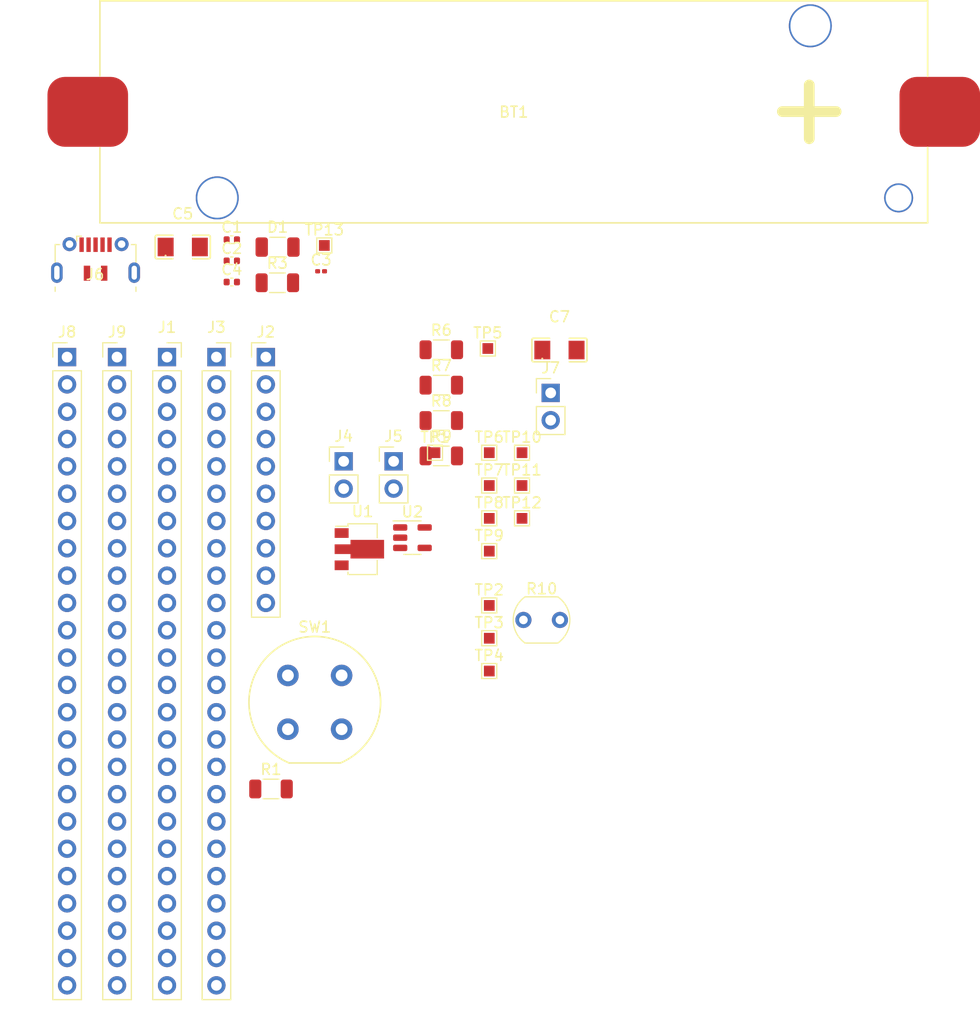
<source format=kicad_pcb>
(kicad_pcb (version 20221018) (generator pcbnew)
  (layers (0 "F.Cu" signal) (31 "B.Cu" signal) (34 "B.Paste" user) (35 "F.Paste" user) (36 "B.SilkS" user "B.Silkscreen") (37 "F.SilkS" user "F.Silkscreen") (38 "B.Mask" user) (39 "F.Mask" user) (44 "Edge.Cuts" user))
  (net 0 "")
  (net 1 "/Power Unit/V1")
  (net 2 "Net-(J4-Pin_2)")
  (net 3 "/Power Unit/5V")
  (net 4 "/LDR")
  (net 5 "GND")
  (net 6 "/OS")
  (net 7 "/SCL")
  (net 8 "/SDA")
  (net 9 "/RXD")
  (net 10 "/TXD")
  (net 11 "/MCU/USB D-")
  (net 12 "/MCU/USB D+")
  (net 13 "/3.3V")
  (net 14 "Net-(D1-K)")
  (net 15 "Net-(U2-PROG)")
  (net 16 "Net-(D1-A)")
  (net 17 "/PC13")
  (net 18 "/PC14")
  (net 19 "/PC15")
  (net 20 "/PF0")
  (net 21 "/PF1")
  (net 22 "/NRST")
  (net 23 "Net-(J1-Pin_8)")
  (net 24 "/PA0")
  (net 25 "/PA1")
  (net 26 "/PA2")
  (net 27 "/PA3")
  (net 28 "/PA4")
  (net 29 "/PA5")
  (net 30 "/PA6")
  (net 31 "/PA7")
  (net 32 "/PB0")
  (net 33 "/PB1")
  (net 34 "/write1")
  (net 35 "/SCL2")
  (net 36 "/SDA2")
  (net 37 "/SCL1")
  (net 38 "/SDA1")
  (net 39 "/ADC1")
  (net 40 "+5V")
  (net 41 "/PB9")
  (net 42 "/PB8")
  (net 43 "/BOOT")
  (net 44 "/PB7")
  (net 45 "/PB6")
  (net 46 "/PB5")
  (net 47 "/PB4")
  (net 48 "/PB3")
  (net 49 "/PA15")
  (net 50 "/PA14")
  (net 51 "/PF7")
  (net 52 "/PF6")
  (net 53 "/PA13")
  (net 54 "/PA12")
  (net 55 "/PA11")
  (net 56 "/PA8")
  (net 57 "/PB15")
  (net 58 "/PB14")
  (net 59 "/PB13")
  (net 60 "/WRITE")
  (net 61 "USB D-")
  (net 62 "USB D+")
  (footprint "Connector_PinHeader_2.54mm:PinHeader_1x24_P2.54mm_Vertical" (layer "F.Cu") (at 47.677485 54.297485)
    (fp_text reference "J9" (at 0 -2.33) (layer "F.SilkS"))
    (fp_text value "Conn_01x24_Pin")
    (fp_line (start -1.33 -1.33) (end 0 -1.33) (stroke (width 0.12)) (layer "F.SilkS"))
    (fp_line (start -1.33 0) (end -1.33 -1.33) (stroke (width 0.12)) (layer "F.SilkS"))
    (fp_line (start -1.33 1.27) (end -1.33 59.75) (stroke (width 0.12)) (layer "F.SilkS"))
    (fp_line (start -1.33 1.27) (end 1.33 1.27) (stroke (width 0.12)) (layer "F.SilkS"))
    (fp_line (start -1.33 59.75) (end 1.33 59.75) (stroke (width 0.12)) (layer "F.SilkS"))
    (fp_line (start 1.33 1.27) (end 1.33 59.75) (stroke (width 0.12)) (layer "F.SilkS"))
    (pad "1" thru_hole rect (at 0 0) (size 1.7 1.7) (drill 1) (layers "*.Cu" "*.Mask") (net 22 "/NRST"))
    (pad "2" thru_hole oval (at 0 2.54) (size 1.7 1.7) (drill 1) (layers "*.Cu" "*.Mask") (net 21 "/PF1"))
    (pad "3" thru_hole oval (at 0 5.08) (size 1.7 1.7) (drill 1) (layers "*.Cu" "*.Mask") (net 20 "/PF0"))
    (pad "4" thru_hole oval (at 0 7.62) (size 1.7 1.7) (drill 1) (layers "*.Cu" "*.Mask") (net 19 "/PC15"))
    (pad "5" thru_hole oval (at 0 10.16) (size 1.7 1.7) (drill 1) (layers "*.Cu" "*.Mask") (net 18 "/PC14"))
    (pad "6" thru_hole oval (at 0 12.7) (size 1.7 1.7) (drill 1) (layers "*.Cu" "*.Mask") (net 17 "/PC13"))
    (pad "7" thru_hole oval (at 0 15.24) (size 1.7 1.7) (drill 1) (layers "*.Cu" "*.Mask") (net 22 "/NRST"))
    (pad "8" thru_hole oval (at 0 17.78) (size 1.7 1.7) (drill 1) (layers "*.Cu" "*.Mask") (net 23 "Net-(J1-Pin_8)"))
    (pad "9" thru_hole oval (at 0 20.32) (size 1.7 1.7) (drill 1) (layers "*.Cu" "*.Mask") (net 13 "/3.3V"))
    (pad "10" thru_hole oval (at 0 22.86) (size 1.7 1.7) (drill 1) (layers "*.Cu" "*.Mask") (net 24 "/PA0"))
    (pad "11" thru_hole oval (at 0 25.4) (size 1.7 1.7) (drill 1) (layers "*.Cu" "*.Mask") (net 25 "/PA1"))
    (pad "12" thru_hole oval (at 0 27.94) (size 1.7 1.7) (drill 1) (layers "*.Cu" "*.Mask") (net 26 "/PA2"))
    (pad "13" thru_hole oval (at 0 30.48) (size 1.7 1.7) (drill 1) (layers "*.Cu" "*.Mask") (net 27 "/PA3"))
    (pad "14" thru_hole oval (at 0 33.02) (size 1.7 1.7) (drill 1) (layers "*.Cu" "*.Mask") (net 28 "/PA4"))
    (pad "15" thru_hole oval (at 0 35.56) (size 1.7 1.7) (drill 1) (layers "*.Cu" "*.Mask") (net 29 "/PA5"))
    (pad "16" thru_hole oval (at 0 38.1) (size 1.7 1.7) (drill 1) (layers "*.Cu" "*.Mask") (net 30 "/PA6"))
    (pad "17" thru_hole oval (at 0 40.64) (size 1.7 1.7) (drill 1) (layers "*.Cu" "*.Mask") (net 31 "/PA7"))
    (pad "18" thru_hole oval (at 0 43.18) (size 1.7 1.7) (drill 1) (layers "*.Cu" "*.Mask") (net 32 "/PB0"))
    (pad "19" thru_hole oval (at 0 45.72) (size 1.7 1.7) (drill 1) (layers "*.Cu" "*.Mask") (net 33 "/PB1"))
    (pad "20" thru_hole oval (at 0 48.26) (size 1.7 1.7) (drill 1) (layers "*.Cu" "*.Mask") (net 6 "/OS"))
    (pad "21" thru_hole oval (at 0 50.8) (size 1.7 1.7) (drill 1) (layers "*.Cu" "*.Mask") (net 7 "/SCL"))
    (pad "22" thru_hole oval (at 0 53.34) (size 1.7 1.7) (drill 1) (layers "*.Cu" "*.Mask") (net 8 "/SDA"))
    (pad "23" thru_hole oval (at 0 55.88) (size 1.7 1.7) (drill 1) (layers "*.Cu" "*.Mask") (net 5 "GND"))
    (pad "24" thru_hole oval (at 0 58.42) (size 1.7 1.7) (drill 1) (layers "*.Cu" "*.Mask") (net 13 "/3.3V"))
  )
  (footprint "Package_TO_SOT_SMD:SOT-23-5" (layer "F.Cu") (at 75.17 71.09)
    (fp_text reference "U2" (at 0 -2.4) (layer "F.SilkS"))
    (fp_text value "MCP73831-2-OT")
    (fp_line (start 0 -1.56) (end -1.8 -1.56) (stroke (width 0.12)) (layer "F.SilkS"))
    (fp_line (start 0 -1.56) (end 0.8 -1.56) (stroke (width 0.12)) (layer "F.SilkS"))
    (fp_line (start 0 1.56) (end -0.8 1.56) (stroke (width 0.12)) (layer "F.SilkS"))
    (fp_line (start 0 1.56) (end 0.8 1.56) (stroke (width 0.12)) (layer "F.SilkS"))
    (pad "1" smd roundrect (at -1.1375 -0.95) (size 1.325 0.6) (layers "F.Cu" "F.Paste" "F.Mask") (net 14 "Net-(D1-K)"))
    (pad "2" smd roundrect (at -1.1375 0) (size 1.325 0.6) (layers "F.Cu" "F.Paste" "F.Mask") (net 5 "GND"))
    (pad "3" smd roundrect (at -1.1375 0.95) (size 1.325 0.6) (layers "F.Cu" "F.Paste" "F.Mask") (net 1 "/Power Unit/V1"))
    (pad "4" smd roundrect (at 1.1375 0.95) (size 1.325 0.6) (layers "F.Cu" "F.Paste" "F.Mask") (net 3 "/Power Unit/5V"))
    (pad "5" smd roundrect (at 1.1375 -0.95) (size 1.325 0.6) (layers "F.Cu" "F.Paste" "F.Mask") (net 15 "Net-(U2-PROG)"))
  )
  (footprint "TestPoint:TestPoint_Pad_1.0x1.0mm" (layer "F.Cu") (at 82.32 69.29)
    (fp_text reference "TP8" (at 0 -1.448) (layer "F.SilkS"))
    (fp_text value "~TP")
    (fp_line (start -0.7 -0.7) (end 0.7 -0.7) (stroke (width 0.12)) (layer "F.SilkS"))
    (fp_line (start -0.7 0.7) (end -0.7 -0.7) (stroke (width 0.12)) (layer "F.SilkS"))
    (fp_line (start 0.7 -0.7) (end 0.7 0.7) (stroke (width 0.12)) (layer "F.SilkS"))
    (fp_line (start 0.7 0.7) (end -0.7 0.7) (stroke (width 0.12)) (layer "F.SilkS"))
    (pad "1" smd rect (at 0 0) (size 1 1) (layers "F.Cu" "F.Mask") (net 11 "/MCU/USB D-"))
  )
  (footprint "Button_Switch_THT:Push_E-Switch_KS01Q01" (layer "F.Cu") (at 63.58 83.9)
    (fp_text reference "SW1" (at 2.5 -4.5) (layer "F.SilkS"))
    (fp_text value "SW_Push")
    (fp_line (start 4.89 8.14) (end 0.11 8.14) (stroke (width 0.15)) (layer "F.SilkS"))
    (fp_arc (start 0.11 8.14) (mid 2.496283 -3.625495) (end 4.896843 8.137095) (stroke (width 0.15)) (layer "F.SilkS"))
    (pad "1" thru_hole circle (at 0 0) (size 2 2) (drill 1.1) (layers "*.Cu" "*.Mask") (net 5 "GND"))
    (pad "2" thru_hole circle (at 5 0) (size 2 2) (drill 1.1) (layers "*.Cu" "*.Mask") (net 22 "/NRST"))
    (pad "3" thru_hole circle (at 0 5) (size 2 2) (drill 1.1) (layers "*.Cu" "*.Mask"))
    (pad "4" thru_hole circle (at 5 5) (size 2 2) (drill 1.1) (layers "*.Cu" "*.Mask"))
  )
  (footprint "Connector_PinHeader_2.54mm:PinHeader_1x02_P2.54mm_Vertical" (layer "F.Cu") (at 68.77 63.99)
    (fp_text reference "J4" (at 0 -2.33) (layer "F.SilkS"))
    (fp_text value "Conn_01x02_Male")
    (fp_line (start -1.33 -1.33) (end 0 -1.33) (stroke (width 0.12)) (layer "F.SilkS"))
    (fp_line (start -1.33 0) (end -1.33 -1.33) (stroke (width 0.12)) (layer "F.SilkS"))
    (fp_line (start -1.33 1.27) (end -1.33 3.87) (stroke (width 0.12)) (layer "F.SilkS"))
    (fp_line (start -1.33 1.27) (end 1.33 1.27) (stroke (width 0.12)) (layer "F.SilkS"))
    (fp_line (start -1.33 3.87) (end 1.33 3.87) (stroke (width 0.12)) (layer "F.SilkS"))
    (fp_line (start 1.33 1.27) (end 1.33 3.87) (stroke (width 0.12)) (layer "F.SilkS"))
    (pad "1" thru_hole rect (at 0 0) (size 1.7 1.7) (drill 1) (layers "*.Cu" "*.Mask") (net 1 "/Power Unit/V1"))
    (pad "2" thru_hole oval (at 0 2.54) (size 1.7 1.7) (drill 1) (layers "*.Cu" "*.Mask") (net 2 "Net-(J4-Pin_2)"))
  )
  (footprint "Connector_PinSocket_2.54mm:PinSocket_1x24_P2.54mm_Vertical" (layer "F.Cu") (at 52.327485 54.297485)
    (fp_text reference "J1" (at 0 -2.77) (layer "F.SilkS"))
    (fp_text value "Conn_01x24_Socket")
    (fp_line (start -1.33 1.27) (end -1.33 59.75) (stroke (width 0.12)) (layer "F.SilkS"))
    (fp_line (start -1.33 1.27) (end 1.33 1.27) (stroke (width 0.12)) (layer "F.SilkS"))
    (fp_line (start -1.33 59.75) (end 1.33 59.75) (stroke (width 0.12)) (layer "F.SilkS"))
    (fp_line (start 0 -1.33) (end 1.33 -1.33) (stroke (width 0.12)) (layer "F.SilkS"))
    (fp_line (start 1.33 -1.33) (end 1.33 0) (stroke (width 0.12)) (layer "F.SilkS"))
    (fp_line (start 1.33 1.27) (end 1.33 59.75) (stroke (width 0.12)) (layer "F.SilkS"))
    (pad "1" thru_hole rect (at 0 0) (size 1.7 1.7) (drill 1) (layers "*.Cu" "*.Mask") (net 13 "/3.3V"))
    (pad "2" thru_hole oval (at 0 2.54) (size 1.7 1.7) (drill 1) (layers "*.Cu" "*.Mask") (net 17 "/PC13"))
    (pad "3" thru_hole oval (at 0 5.08) (size 1.7 1.7) (drill 1) (layers "*.Cu" "*.Mask") (net 18 "/PC14"))
    (pad "4" thru_hole oval (at 0 7.62) (size 1.7 1.7) (drill 1) (layers "*.Cu" "*.Mask") (net 19 "/PC15"))
    (pad "5" thru_hole oval (at 0 10.16) (size 1.7 1.7) (drill 1) (layers "*.Cu" "*.Mask") (net 20 "/PF0"))
    (pad "6" thru_hole oval (at 0 12.7) (size 1.7 1.7) (drill 1) (layers "*.Cu" "*.Mask") (net 21 "/PF1"))
    (pad "7" thru_hole oval (at 0 15.24) (size 1.7 1.7) (drill 1) (layers "*.Cu" "*.Mask") (net 22 "/NRST"))
    (pad "8" thru_hole oval (at 0 17.78) (size 1.7 1.7) (drill 1) (layers "*.Cu" "*.Mask") (net 23 "Net-(J1-Pin_8)"))
    (pad "9" thru_hole oval (at 0 20.32) (size 1.7 1.7) (drill 1) (layers "*.Cu" "*.Mask") (net 13 "/3.3V"))
    (pad "10" thru_hole oval (at 0 22.86) (size 1.7 1.7) (drill 1) (layers "*.Cu" "*.Mask") (net 24 "/PA0"))
    (pad "11" thru_hole oval (at 0 25.4) (size 1.7 1.7) (drill 1) (layers "*.Cu" "*.Mask") (net 25 "/PA1"))
    (pad "12" thru_hole oval (at 0 27.94) (size 1.7 1.7) (drill 1) (layers "*.Cu" "*.Mask") (net 26 "/PA2"))
    (pad "13" thru_hole oval (at 0 30.48) (size 1.7 1.7) (drill 1) (layers "*.Cu" "*.Mask") (net 27 "/PA3"))
    (pad "14" thru_hole oval (at 0 33.02) (size 1.7 1.7) (drill 1) (layers "*.Cu" "*.Mask") (net 28 "/PA4"))
    (pad "15" thru_hole oval (at 0 35.56) (size 1.7 1.7) (drill 1) (layers "*.Cu" "*.Mask") (net 29 "/PA5"))
    (pad "16" thru_hole oval (at 0 38.1) (size 1.7 1.7) (drill 1) (layers "*.Cu" "*.Mask") (net 30 "/PA6"))
    (pad "17" thru_hole oval (at 0 40.64) (size 1.7 1.7) (drill 1) (layers "*.Cu" "*.Mask") (net 31 "/PA7"))
    (pad "18" thru_hole oval (at 0 43.18) (size 1.7 1.7) (drill 1) (layers "*.Cu" "*.Mask") (net 32 "/PB0"))
    (pad "19" thru_hole oval (at 0 45.72) (size 1.7 1.7) (drill 1) (layers "*.Cu" "*.Mask") (net 33 "/PB1"))
    (pad "20" thru_hole oval (at 0 48.26) (size 1.7 1.7) (drill 1) (layers "*.Cu" "*.Mask") (net 6 "/OS"))
    (pad "21" thru_hole oval (at 0 50.8) (size 1.7 1.7) (drill 1) (layers "*.Cu" "*.Mask") (net 7 "/SCL"))
    (pad "22" thru_hole oval (at 0 53.34) (size 1.7 1.7) (drill 1) (layers "*.Cu" "*.Mask") (net 8 "/SDA"))
    (pad "23" thru_hole oval (at 0 55.88) (size 1.7 1.7) (drill 1) (layers "*.Cu" "*.Mask") (net 5 "GND"))
    (pad "24" thru_hole oval (at 0 58.42) (size 1.7 1.7) (drill 1) (layers "*.Cu" "*.Mask") (net 13 "/3.3V"))
  )
  (footprint "Capacitor_SMD:C_0402_1005Metric" (layer "F.Cu") (at 58.357485 47.317485)
    (fp_text reference "C4" (at 0 -1.16) (layer "F.SilkS"))
    (fp_text value "10uF")
    (fp_line (start -0.107836 -0.36) (end 0.107836 -0.36) (stroke (width 0.12)) (layer "F.SilkS"))
    (fp_line (start -0.107836 0.36) (end 0.107836 0.36) (stroke (width 0.12)) (layer "F.SilkS"))
    (pad "1" smd roundrect (at -0.48 0) (size 0.56 0.62) (layers "F.Cu" "F.Paste" "F.Mask") (net 1 "/Power Unit/V1"))
    (pad "2" smd roundrect (at 0.48 0) (size 0.56 0.62) (layers "F.Cu" "F.Paste" "F.Mask") (net 5 "GND"))
  )
  (footprint "TestPoint:TestPoint_Pad_1.0x1.0mm" (layer "F.Cu") (at 82.32 63.19)
    (fp_text reference "TP6" (at 0 -1.448) (layer "F.SilkS"))
    (fp_text value "RXD testpoint")
    (fp_line (start -0.7 -0.7) (end 0.7 -0.7) (stroke (width 0.12)) (layer "F.SilkS"))
    (fp_line (start -0.7 0.7) (end -0.7 -0.7) (stroke (width 0.12)) (layer "F.SilkS"))
    (fp_line (start 0.7 -0.7) (end 0.7 0.7) (stroke (width 0.12)) (layer "F.SilkS"))
    (fp_line (start 0.7 0.7) (end -0.7 0.7) (stroke (width 0.12)) (layer "F.SilkS"))
    (pad "1" smd rect (at 0 0) (size 1 1) (layers "F.Cu" "F.Mask") (net 9 "/RXD"))
  )
  (footprint "Connector_PinHeader_2.54mm:PinHeader_1x10_P2.54mm_Vertical" (layer "F.Cu") (at 61.527485 54.297485)
    (fp_text reference "J2" (at 0 -2.33) (layer "F.SilkS"))
    (fp_text value "Conn_01x10_Pin")
    (fp_line (start -1.33 -1.33) (end 0 -1.33) (stroke (width 0.12)) (layer "F.SilkS"))
    (fp_line (start -1.33 0) (end -1.33 -1.33) (stroke (width 0.12)) (layer "F.SilkS"))
    (fp_line (start -1.33 1.27) (end -1.33 24.19) (stroke (width 0.12)) (layer "F.SilkS"))
    (fp_line (start -1.33 1.27) (end 1.33 1.27) (stroke (width 0.12)) (layer "F.SilkS"))
    (fp_line (start -1.33 24.19) (end 1.33 24.19) (stroke (width 0.12)) (layer "F.SilkS"))
    (fp_line (start 1.33 1.27) (end 1.33 24.19) (stroke (width 0.12)) (layer "F.SilkS"))
    (pad "1" thru_hole rect (at 0 0) (size 1.7 1.7) (drill 1) (layers "*.Cu" "*.Mask") (net 5 "GND"))
    (pad "2" thru_hole oval (at 0 2.54) (size 1.7 1.7) (drill 1) (layers "*.Cu" "*.Mask") (net 9 "/RXD"))
    (pad "3" thru_hole oval (at 0 5.08) (size 1.7 1.7) (drill 1) (layers "*.Cu" "*.Mask") (net 10 "/TXD"))
    (pad "4" thru_hole oval (at 0 7.62) (size 1.7 1.7) (drill 1) (layers "*.Cu" "*.Mask") (net 34 "/write1"))
    (pad "5" thru_hole oval (at 0 10.16) (size 1.7 1.7) (drill 1) (layers "*.Cu" "*.Mask") (net 35 "/SCL2"))
    (pad "6" thru_hole oval (at 0 12.7) (size 1.7 1.7) (drill 1) (layers "*.Cu" "*.Mask") (net 36 "/SDA2"))
    (pad "7" thru_hole oval (at 0 15.24) (size 1.7 1.7) (drill 1) (layers "*.Cu" "*.Mask") (net 37 "/SCL1"))
    (pad "8" thru_hole oval (at 0 17.78) (size 1.7 1.7) (drill 1) (layers "*.Cu" "*.Mask") (net 38 "/SDA1"))
    (pad "9" thru_hole oval (at 0 20.32) (size 1.7 1.7) (drill 1) (layers "*.Cu" "*.Mask") (net 39 "/ADC1"))
    (pad "10" thru_hole oval (at 0 22.86) (size 1.7 1.7) (drill 1) (layers "*.Cu" "*.Mask") (net 40 "+5V"))
  )
  (footprint "Connector_PinHeader_2.54mm:PinHeader_1x02_P2.54mm_Vertical" (layer "F.Cu") (at 88.037485 57.627485)
    (fp_text reference "J7" (at 0 -2.33) (layer "F.SilkS"))
    (fp_text value "Conn_01x02_Pin")
    (fp_line (start -1.33 -1.33) (end 0 -1.33) (stroke (width 0.12)) (layer "F.SilkS"))
    (fp_line (start -1.33 0) (end -1.33 -1.33) (stroke (width 0.12)) (layer "F.SilkS"))
    (fp_line (start -1.33 1.27) (end -1.33 3.87) (stroke (width 0.12)) (layer "F.SilkS"))
    (fp_line (start -1.33 1.27) (end 1.33 1.27) (stroke (width 0.12)) (layer "F.SilkS"))
    (fp_line (start -1.33 3.87) (end 1.33 3.87) (stroke (width 0.12)) (layer "F.SilkS"))
    (fp_line (start 1.33 1.27) (end 1.33 3.87) (stroke (width 0.12)) (layer "F.SilkS"))
    (pad "1" thru_hole rect (at 0 0) (size 1.7 1.7) (drill 1) (layers "*.Cu" "*.Mask") (net 12 "/MCU/USB D+"))
    (pad "2" thru_hole oval (at 0 2.54) (size 1.7 1.7) (drill 1) (layers "*.Cu" "*.Mask") (net 11 "/MCU/USB D-"))
  )
  (footprint "Connector_PinHeader_2.54mm:PinHeader_1x02_P2.54mm_Vertical" (layer "F.Cu") (at 73.42 63.99)
    (fp_text reference "J5" (at 0 -2.33) (layer "F.SilkS"))
    (fp_text value "Conn_01x02_Male")
    (fp_line (start -1.33 -1.33) (end 0 -1.33) (stroke (width 0.12)) (layer "F.SilkS"))
    (fp_line (start -1.33 0) (end -1.33 -1.33) (stroke (width 0.12)) (layer "F.SilkS"))
    (fp_line (start -1.33 1.27) (end -1.33 3.87) (stroke (width 0.12)) (layer "F.SilkS"))
    (fp_line (start -1.33 1.27) (end 1.33 1.27) (stroke (width 0.12)) (layer "F.SilkS"))
    (fp_line (start -1.33 3.87) (end 1.33 3.87) (stroke (width 0.12)) (layer "F.SilkS"))
    (fp_line (start 1.33 1.27) (end 1.33 3.87) (stroke (width 0.12)) (layer "F.SilkS"))
    (pad "1" thru_hole rect (at 0 0) (size 1.7 1.7) (drill 1) (layers "*.Cu" "*.Mask") (net 2 "Net-(J4-Pin_2)"))
    (pad "2" thru_hole oval (at 0 2.54) (size 1.7 1.7) (drill 1) (layers "*.Cu" "*.Mask") (net 3 "/Power Unit/5V"))
  )
  (footprint "Resistor_SMD:R_1206_3216Metric" (layer "F.Cu") (at 77.857485 60.197485)
    (fp_text reference "R8" (at 0 -1.82) (layer "F.SilkS"))
    (fp_text value "10k")
    (fp_line (start -0.727064 -0.91) (end 0.727064 -0.91) (stroke (width 0.12)) (layer "F.SilkS"))
    (fp_line (start -0.727064 0.91) (end 0.727064 0.91) (stroke (width 0.12)) (layer "F.SilkS"))
    (pad "1" smd roundrect (at -1.4625 0) (size 1.125 1.75) (layers "F.Cu" "F.Paste" "F.Mask") (roundrect_rratio 0.222222) (net 13 "/3.3V"))
    (pad "2" smd roundrect (at 1.4625 0) (size 1.125 1.75) (layers "F.Cu" "F.Paste" "F.Mask") (roundrect_rratio 0.222222) (net 8 "/SDA"))
  )
  (footprint "TestPoint:TestPoint_Pad_1.0x1.0mm" (layer "F.Cu") (at 82.32 77.39)
    (fp_text reference "TP2" (at 0 -1.448) (layer "F.SilkS"))
    (fp_text value "OS")
    (fp_line (start -0.7 -0.7) (end 0.7 -0.7) (stroke (width 0.12)) (layer "F.SilkS"))
    (fp_line (start -0.7 0.7) (end -0.7 -0.7) (stroke (width 0.12)) (layer "F.SilkS"))
    (fp_line (start 0.7 -0.7) (end 0.7 0.7) (stroke (width 0.12)) (layer "F.SilkS"))
    (fp_line (start 0.7 0.7) (end -0.7 0.7) (stroke (width 0.12)) (layer "F.SilkS"))
    (pad "1" smd rect (at 0 0) (size 1 1) (layers "F.Cu" "F.Mask") (net 6 "/OS"))
  )
  (footprint "OptoDevice:R_LDR_5.1x4.3mm_P3.4mm_Vertical" (layer "F.Cu") (at 85.5 78.74)
    (fp_text reference "R10" (at 1.7 -2.9) (layer "F.SilkS"))
    (fp_text value "LDR07")
    (fp_line (start 0.15 -2.15) (end 3.2 -2.15) (stroke (width 0.12)) (layer "F.SilkS"))
    (fp_line (start 0.15 2.15) (end 3.2 2.15) (stroke (width 0.12)) (layer "F.SilkS"))
    (fp_arc (start 0.15 2.15) (mid -0.950438 -0.013368) (end 0.171766 -2.165525) (stroke (width 0.12)) (layer "F.SilkS"))
    (fp_arc (start 3.2 -2.15) (mid 4.321403 -0.027338) (end 3.244513 2.118249) (stroke (width 0.12)) (layer "F.SilkS"))
    (pad "1" thru_hole circle (at 0 0) (size 1.5 1.5) (drill 0.8) (layers "*.Cu" "*.Mask") (net 4 "/LDR"))
    (pad "2" thru_hole circle (at 3.4 0) (size 1.5 1.5) (drill 0.8) (layers "*.Cu" "*.Mask") (net 5 "GND"))
  )
  (footprint "A_New_folder:USB_Conn_JLC_LCSC_C404969" (layer "F.Cu") (at 45.627485 47.117485)
    (fp_text reference "J6" (at 0 -0.5 unlocked) (layer "F.SilkS"))
    (fp_text value "USB_B_Micro")
    (fp_line (start -3.71 -3.28) (end -3.29 -3.28) (stroke (width 0.12)) (layer "F.SilkS"))
    (fp_line (start -3.71 -1.67) (end -3.71 -3.28) (stroke (width 0.12)) (layer "F.SilkS"))
    (fp_line (start -3.71 1.07) (end -3.71 0.67) (stroke (width 0.12)) (layer "F.SilkS"))
    (fp_line (start -1.71 -3.61) (end -1.71 -4.06) (stroke (width 0.12)) (layer "F.SilkS"))
    (fp_line (start -1.26 -4.06) (end -1.71 -4.06) (stroke (width 0.12)) (layer "F.SilkS"))
    (fp_line (start 3.81 -3.28) (end 3.39 -3.28) (stroke (width 0.12)) (layer "F.SilkS"))
    (fp_line (start 3.81 -1.67) (end 3.81 -3.28) (stroke (width 0.12)) (layer "F.SilkS"))
    (fp_line (start 3.81 0.67) (end 3.81 1.07) (stroke (width 0.12)) (layer "F.SilkS"))
    (pad "1" smd rect (at -1.25 -3.27) (size 0.4 1.35) (layers "F.Cu" "F.Paste" "F.Mask") (net 3 "/Power Unit/5V"))
    (pad "2" smd rect (at -0.6 -3.27) (size 0.4 1.35) (layers "F.Cu" "F.Paste" "F.Mask") (net 61 "USB D-"))
    (pad "3" smd rect (at 0.05 -3.27) (size 0.4 1.35) (layers "F.Cu" "F.Paste" "F.Mask") (net 62 "USB D+"))
    (pad "4" smd rect (at 0.7 -3.27) (size 0.4 1.35) (layers "F.Cu" "F.Paste" "F.Mask") (net 5 "GND"))
    (pad "5" smd rect (at 1.35 -3.27) (size 0.4 1.35) (layers "F.Cu" "F.Paste" "F.Mask") (net 5 "GND"))
    (pad "6" thru_hole oval (at -3.55 -0.67) (size 1.07 1.9) (drill oval 0.5 1.3) (layers "*.Cu" "*.Mask") (net 5 "GND"))
    (pad "6" thru_hole oval (at -2.375 -3.32) (size 1.3 1.3) (drill 0.7) (layers "*.Cu" "*.Mask") (net 5 "GND"))
    (pad "6" smd rect (at -0.75 -0.62) (size 0.6 1.4) (layers "F.Cu" "F.Paste" "F.Mask") (net 5 "GND"))
    (pad "6" smd rect (at 0.85 -0.62) (size 0.6 1.4) (layers "F.Cu" "F.Paste" "F.Mask") (net 5 "GND"))
    (pad "6" thru_hole oval (at 2.475 -3.32) (size 1.3 1.3) (drill 0.7) (layers "*.Cu" "*.Mask") (net 5 "GND"))
    (pad "6" thru_hole oval (at 3.65 -0.67) (size 1.07 1.9) (drill oval 0.5 1.3) (layers "*.Cu" "*.Mask") (net 5 "GND"))
  )
  (footprint "TestPoint:TestPoint_Pad_1.0x1.0mm" (layer "F.Cu") (at 85.37 63.19)
    (fp_text reference "TP10" (at 0 -1.448) (layer "F.SilkS"))
    (fp_text value "SCL")
    (fp_line (start -0.7 -0.7) (end 0.7 -0.7) (stroke (width 0.12)) (layer "F.SilkS"))
    (fp_line (start -0.7 0.7) (end -0.7 -0.7) (stroke (width 0.12)) (layer "F.SilkS"))
    (fp_line (start 0.7 -0.7) (end 0.7 0.7) (stroke (width 0.12)) (layer "F.SilkS"))
    (fp_line (start 0.7 0.7) (end -0.7 0.7) (stroke (width 0.12)) (layer "F.SilkS"))
    (pad "1" smd rect (at 0 0) (size 1 1) (layers "F.Cu" "F.Mask") (net 7 "/SCL"))
  )
  (footprint "Capacitor_SMD:C_1206_3216Metric" (layer "F.Cu") (at 62.617485 44.067485)
    (fp_text reference "D1" (at 0 -1.85) (layer "F.SilkS"))
    (fp_text value "LED")
    (fp_line (start -0.711252 -0.91) (end 0.711252 -0.91) (stroke (width 0.12)) (layer "F.SilkS"))
    (fp_line (start -0.711252 0.91) (end 0.711252 0.91) (stroke (width 0.12)) (layer "F.SilkS"))
    (pad "1" smd roundrect (at -1.475 0) (size 1.15 1.8) (layers "F.Cu" "F.Paste" "F.Mask") (roundrect_rratio 0.217391) (net 14 "Net-(D1-K)"))
    (pad "2" smd roundrect (at 1.475 0) (size 1.15 1.8) (layers "F.Cu" "F.Paste" "F.Mask") (roundrect_rratio 0.217391) (net 16 "Net-(D1-A)"))
  )
  (footprint "TestPoint:TestPoint_Pad_1.0x1.0mm" (layer "F.Cu") (at 85.37 66.24)
    (fp_text reference "TP11" (at 0 -1.448) (layer "F.SilkS"))
    (fp_text value "SDA")
    (fp_line (start -0.7 -0.7) (end 0.7 -0.7) (stroke (width 0.12)) (layer "F.SilkS"))
    (fp_line (start -0.7 0.7) (end -0.7 -0.7) (stroke (width 0.12)) (layer "F.SilkS"))
    (fp_line (start 0.7 -0.7) (end 0.7 0.7) (stroke (width 0.12)) (layer "F.SilkS"))
    (fp_line (start 0.7 0.7) (end -0.7 0.7) (stroke (width 0.12)) (layer "F.SilkS"))
    (pad "1" smd rect (at 0 0) (size 1 1) (layers "F.Cu" "F.Mask") (net 8 "/SDA"))
  )
  (footprint "Connector_PinHeader_2.54mm:PinHeader_1x24_P2.54mm_Vertical" (layer "F.Cu") (at 43.027485 54.297485)
    (fp_text reference "J8" (at 0 -2.33) (layer "F.SilkS"))
    (fp_text value "Conn_01x24_Pin")
    (fp_line (start -1.33 -1.33) (end 0 -1.33) (stroke (width 0.12)) (layer "F.SilkS"))
    (fp_line (start -1.33 0) (end -1.33 -1.33) (stroke (width 0.12)) (layer "F.SilkS"))
    (fp_line (start -1.33 1.27) (end -1.33 59.75) (stroke (width 0.12)) (layer "F.SilkS"))
    (fp_line (start -1.33 1.27) (end 1.33 1.27) (stroke (width 0.12)) (layer "F.SilkS"))
    (fp_line (start -1.33 59.75) (end 1.33 59.75) (stroke (width 0.12)) (layer "F.SilkS"))
    (fp_line (start 1.33 1.27) (end 1.33 59.75) (stroke (width 0.12)) (layer "F.SilkS"))
    (pad "1" thru_hole rect (at 0 0) (size 1.7 1.7) (drill 1) (layers "*.Cu" "*.Mask") (net 13 "/3.3V"))
    (pad "2" thru_hole oval (at 0 2.54) (size 1.7 1.7) (drill 1) (layers "*.Cu" "*.Mask") (net 5 "GND"))
    (pad "3" thru_hole oval (at 0 5.08) (size 1.7 1.7) (drill 1) (layers "*.Cu" "*.Mask") (net 41 "/PB9"))
    (pad "4" thru_hole oval (at 0 7.62) (size 1.7 1.7) (drill 1) (layers "*.Cu" "*.Mask") (net 42 "/PB8"))
    (pad "5" thru_hole oval (at 0 10.16) (size 1.7 1.7) (drill 1) (layers "*.Cu" "*.Mask") (net 43 "/BOOT"))
    (pad "6" thru_hole oval (at 0 12.7) (size 1.7 1.7) (drill 1) (layers "*.Cu" "*.Mask") (net 44 "/PB7"))
    (pad "7" thru_hole oval (at 0 15.24) (size 1.7 1.7) (drill 1) (layers "*.Cu" "*.Mask") (net 45 "/PB6"))
    (pad "8" thru_hole oval (at 0 17.78) (size 1.7 1.7) (drill 1) (layers "*.Cu" "*.Mask") (net 46 "/PB5"))
    (pad "9" thru_hole oval (at 0 20.32) (size 1.7 1.7) (drill 1) (layers "*.Cu" "*.Mask") (net 47 "/PB4"))
    (pad "10" thru_hole oval (at 0 22.86) (size 1.7 1.7) (drill 1) (layers "*.Cu" "*.Mask") (net 48 "/PB3"))
    (pad "11" thru_hole oval (at 0 25.4) (size 1.7 1.7) (drill 1) (layers "*.Cu" "*.Mask") (net 49 "/PA15"))
    (pad "12" thru_hole oval (at 0 27.94) (size 1.7 1.7) (drill 1) (layers "*.Cu" "*.Mask") (net 50 "/PA14"))
    (pad "13" thru_hole oval (at 0 30.48) (size 1.7 1.7) (drill 1) (layers "*.Cu" "*.Mask") (net 51 "/PF7"))
    (pad "14" thru_hole oval (at 0 33.02) (size 1.7 1.7) (drill 1) (layers "*.Cu" "*.Mask") (net 52 "/PF6"))
    (pad "15" thru_hole oval (at 0 35.56) (size 1.7 1.7) (drill 1) (layers "*.Cu" "*.Mask") (net 53 "/PA13"))
    (pad "16" thru_hole oval (at 0 38.1) (size 1.7 1.7) (drill 1) (layers "*.Cu" "*.Mask") (net 54 "/PA12"))
    (pad "17" thru_hole oval (at 0 40.64) (size 1.7 1.7) (drill 1) (layers "*.Cu" "*.Mask") (net 55 "/PA11"))
    (pad "18" thru_hole oval (at 0 43.18) (size 1.7 1.7) (drill 1) (layers "*.Cu" "*.Mask") (net 10 "/TXD"))
    (pad "19" thru_hole oval (at 0 45.72) (size 1.7 1.7) (drill 1) (layers "*.Cu" "*.Mask") (net 9 "/RXD"))
    (pad "20" thru_hole oval (at 0 48.26) (size 1.7 1.7) (drill 1) (layers "*.Cu" "*.Mask") (net 56 "/PA8"))
    (pad "21" thru_hole oval (at 0 50.8) (size 1.7 1.7) (drill 1) (layers "*.Cu" "*.Mask") (net 57 "/PB15"))
    (pad "22" thru_hole oval (at 0 53.34) (size 1.7 1.7) (drill 1) (layers "*.Cu" "*.Mask") (net 58 "/PB14"))
    (pad "23" thru_hole oval (at 0 55.88) (size 1.7 1.7) (drill 1) (layers "*.Cu" "*.Mask") (net 59 "/PB13"))
    (pad "24" thru_hole oval (at 0 58.42) (size 1.7 1.7) (drill 1) (layers "*.Cu" "*.Mask") (net 60 "/WRITE"))
  )
  (footprint "TestPoint:TestPoint_Pad_1.0x1.0mm" (layer "F.Cu") (at 82.32 66.24)
    (fp_text reference "TP7" (at 0 -1.448) (layer "F.SilkS"))
    (fp_text value "TXD testpoint")
    (fp_line (start -0.7 -0.7) (end 0.7 -0.7) (stroke (width 0.12)) (layer "F.SilkS"))
    (fp_line (start -0.7 0.7) (end -0.7 -0.7) (stroke (width 0.12)) (layer "F.SilkS"))
    (fp_line (start 0.7 -0.7) (end 0.7 0.7) (stroke (width 0.12)) (layer "F.SilkS"))
    (fp_line (start 0.7 0.7) (end -0.7 0.7) (stroke (width 0.12)) (layer "F.SilkS"))
    (pad "1" smd rect (at 0 0) (size 1 1) (layers "F.Cu" "F.Mask") (net 10 "/TXD"))
  )
  (footprint "Resistor_SMD:R_1206_3216Metric" (layer "F.Cu") (at 62.597485 47.387485)
    (fp_text reference "R3" (at 0 -1.82) (layer "F.SilkS"))
    (fp_text value "10K")
    (fp_line (start -0.727064 -0.91) (end 0.727064 -0.91) (stroke (width 0.12)) (layer "F.SilkS"))
    (fp_line (start -0.727064 0.91) (end 0.727064 0.91) (stroke (width 0.12)) (layer "F.SilkS"))
    (pad "1" smd roundrect (at -1.4625 0) (size 1.125 1.75) (layers "F.Cu" "F.Paste" "F.Mask") (roundrect_rratio 0.222222) (net 15 "Net-(U2-PROG)"))
    (pad "2" smd roundrect (at 1.4625 0) (size 1.125 1.75) (layers "F.Cu" "F.Paste" "F.Mask") (roundrect_rratio 0.222222) (net 5 "GND"))
  )
  (footprint "A_New_folder:18650_Holder_SMD" (layer "F.Cu") (at 84.602485 32.017585)
    (fp_text reference "BT1" (at 0 -0.5 unlocked) (layer "F.SilkS"))
    (fp_text value "Battery_Cell")
    (fp_line (start -38.525 -10.85) (end 38.525 -10.85) (stroke (width 0.15)) (layer "F.SilkS"))
    (fp_line (start -38.525 9.8) (end 38.525 9.8) (stroke (width 0.15)) (layer "F.SilkS"))
    (fp_line (start -38.5191 -3.8778) (end -38.5191 -10.8501) (stroke (width 0.15)) (layer "F.SilkS"))
    (fp_line (start -38.5191 9.8001) (end -38.5191 2.8151) (stroke (width 0.15)) (layer "F.SilkS"))
    (fp_line (start 27.5 -3.025) (end 27.5 1.975) (stroke (width 1)) (layer "F.SilkS"))
    (fp_line (start 30 -0.5504) (end 25 -0.5504) (stroke (width 1)) (layer "F.SilkS"))
    (fp_line (start 38.5191 -10.8374) (end 38.5191 -3.827) (stroke (width 0.15)) (layer "F.SilkS"))
    (fp_line (start 38.5191 9.7874) (end 38.5191 2.777) (stroke (width 0.15)) (layer "F.SilkS"))
    (pad "" thru_hole circle (at -27.6 7.475) (size 4 4) (drill 3.7) (layers "*.Cu" "*.Mask"))
    (pad "" thru_hole circle (at 27.6 -8.525) (size 4 4) (drill 3.7) (layers "*.Cu" "*.Mask"))
    (pad "" thru_hole circle (at 35.82 7.475) (size 2.7 2.7) (drill 2.4) (layers "*.Cu" "*.Mask"))
    (pad "1" smd roundrect (at 39.65 -0.525) (size 7.5 6.5) (layers "F.Cu" "F.Paste" "F.Mask") (net 1 "/Power Unit/V1"))
    (pad "2" smd roundrect (at -39.65 -0.525) (size 7.5 6.5) (layers "F.Cu" "F.Paste" "F.Mask") (net 5 "GND"))
  )
  (footprint "TestPoint:TestPoint_Pad_1.0x1.0mm" (layer "F.Cu") (at 82.32 80.44)
    (fp_text reference "TP3" (at 0 -1.448) (layer "F.SilkS"))
    (fp_text value "SCL1")
    (fp_line (start -0.7 -0.7) (end 0.7 -0.7) (stroke (width 0.12)) (layer "F.SilkS"))
    (fp_line (start -0.7 0.7) (end -0.7 -0.7) (stroke (width 0.12)) (layer "F.SilkS"))
    (fp_line (start 0.7 -0.7) (end 0.7 0.7) (stroke (width 0.12)) (layer "F.SilkS"))
    (fp_line (start 0.7 0.7) (end -0.7 0.7) (stroke (width 0.12)) (layer "F.SilkS"))
    (pad "1" smd rect (at 0 0) (size 1 1) (layers "F.Cu" "F.Mask") (net 7 "/SCL"))
  )
  (footprint "Capacitor_SMD:C_0201_0603Metric" (layer "F.Cu") (at 66.667485 46.317485)
    (fp_text reference "C3" (at 0 -1.05) (layer "F.SilkS"))
    (fp_text value "4.7uF")
    (pad "1" smd roundrect (at -0.32 0) (size 0.46 0.4) (layers "F.Cu" "F.Mask") (net 3 "/Power Unit/5V"))
    (pad "2" smd roundrect (at 0.32 0) (size 0.46 0.4) (layers "F.Cu" "F.Mask") (net 5 "GND"))
  )
  (footprint "TestPoint:TestPoint_Pad_1.0x1.0mm" (layer "F.Cu") (at 82.187485 53.497485)
    (fp_text reference "TP5" (at 0 -1.448) (layer "F.SilkS"))
    (fp_text value "TestPoint")
    (fp_line (start -0.7 -0.7) (end 0.7 -0.7) (stroke (width 0.12)) (layer "F.SilkS"))
    (fp_line (start -0.7 0.7) (end -0.7 -0.7) (stroke (width 0.12)) (layer "F.SilkS"))
    (fp_line (start 0.7 -0.7) (end 0.7 0.7) (stroke (width 0.12)) (layer "F.SilkS"))
    (fp_line (start 0.7 0.7) (end -0.7 0.7) (stroke (width 0.12)) (layer "F.SilkS"))
    (pad "1" smd rect (at 0 0) (size 1 1) (layers "F.Cu" "F.Mask") (net 4 "/LDR"))
  )
  (footprint "Resistor_SMD:R_1206_3216Metric" (layer "F.Cu") (at 77.857485 56.907485)
    (fp_text reference "R7" (at 0 -1.82) (layer "F.SilkS"))
    (fp_text value "10k")
    (fp_line (start -0.727064 -0.91) (end 0.727064 -0.91) (stroke (width 0.12)) (layer "F.SilkS"))
    (fp_line (start -0.727064 0.91) (end 0.727064 0.91) (stroke (width 0.12)) (layer "F.SilkS"))
    (pad "1" smd roundrect (at -1.4625 0) (size 1.125 1.75) (layers "F.Cu" "F.Paste" "F.Mask") (roundrect_rratio 0.222222) (net 13 "/3.3V"))
    (pad "2" smd roundrect (at 1.4625 0) (size 1.125 1.75) (layers "F.Cu" "F.Paste" "F.Mask") (roundrect_rratio 0.222222) (net 7 "/SCL"))
  )
  (footprint "Resistor_SMD:R_1206_3216Metric" (layer "F.Cu") (at 77.857485 53.617485)
    (fp_text reference "R6" (at 0 -1.82) (layer "F.SilkS"))
    (fp_text value "10k")
    (fp_line (start -0.727064 -0.91) (end 0.727064 -0.91) (stroke (width 0.12)) (layer "F.SilkS"))
    (fp_line (start -0.727064 0.91) (end 0.727064 0.91) (stroke (width 0.12)) (layer "F.SilkS"))
    (pad "1" smd roundrect (at -1.4625 0) (size 1.125 1.75) (layers "F.Cu" "F.Paste" "F.Mask") (roundrect_rratio 0.222222) (net 13 "/3.3V"))
    (pad "2" smd roundrect (at 1.4625 0) (size 1.125 1.75) (layers "F.Cu" "F.Paste" "F.Mask") (roundrect_rratio 0.222222) (net 6 "/OS"))
  )
  (footprint "Resistor_SMD:R_1206_3216Metric" (layer "F.Cu") (at 77.857485 63.487485)
    (fp_text reference "R9" (at 0 -1.82) (layer "F.SilkS"))
    (fp_text value "10k")
    (fp_line (start -0.727064 -0.91) (end 0.727064 -0.91) (stroke (width 0.12)) (layer "F.SilkS"))
    (fp_line (start -0.727064 0.91) (end 0.727064 0.91) (stroke (width 0.12)) (layer "F.SilkS"))
    (pad "1" smd roundrect (at -1.4625 0) (size 1.125 1.75) (layers "F.Cu" "F.Paste" "F.Mask") (roundrect_rratio 0.222222) (net 13 "/3.3V"))
    (pad "2" smd roundrect (at 1.4625 0) (size 1.125 1.75) (layers "F.Cu" "F.Paste" "F.Mask") (roundrect_rratio 0.222222) (net 4 "/LDR"))
  )
  (footprint "TestPoint:TestPoint_Pad_1.0x1.0mm" (layer "F.Cu") (at 77.27 63.19)
    (fp_text reference "TP1" (at 0 -1.448) (layer "F.SilkS"))
    (fp_text value "5V")
    (fp_line (start -0.7 -0.7) (end 0.7 -0.7) (stroke (width 0.12)) (layer "F.SilkS"))
    (fp_line (start -0.7 0.7) (end -0.7 -0.7) (stroke (width 0.12)) (layer "F.SilkS"))
    (fp_line (start 0.7 -0.7) (end 0.7 0.7) (stroke (width 0.12)) (layer "F.SilkS"))
    (fp_line (start 0.7 0.7) (end -0.7 0.7) (stroke (width 0.12)) (layer "F.SilkS"))
    (pad "1" smd rect (at 0 0) (size 1 1) (layers "F.Cu" "F.Mask") (net 3 "/Power Unit/5V"))
  )
  (footprint "TestPoint:TestPoint_Pad_1.0x1.0mm" (layer "F.Cu") (at 82.32 83.49)
    (fp_text reference "TP4" (at 0 -1.448) (layer "F.SilkS"))
    (fp_text value "SDA1")
    (fp_line (start -0.7 -0.7) (end 0.7 -0.7) (stroke (width 0.12)) (layer "F.SilkS"))
    (fp_line (start -0.7 0.7) (end -0.7 -0.7) (stroke (width 0.12)) (layer "F.SilkS"))
    (fp_line (start 0.7 -0.7) (end 0.7 0.7) (stroke (width 0.12)) (layer "F.SilkS"))
    (fp_line (start 0.7 0.7) (end -0.7 0.7) (stroke (width 0.12)) (layer "F.SilkS"))
    (pad "1" smd rect (at 0 0) (size 1 1) (layers "F.Cu" "F.Mask") (net 8 "/SDA"))
  )
  (footprint "TestPoint:TestPoint_Pad_1.0x1.0mm" (layer "F.Cu") (at 66.967485 43.917485)
    (fp_text reference "TP13" (at 0 -1.448) (layer "F.SilkS"))
    (fp_text value "TestPoint")
    (fp_line (start -0.7 -0.7) (end 0.7 -0.7) (stroke (width 0.12)) (layer "F.SilkS"))
    (fp_line (start -0.7 0.7) (end -0.7 -0.7) (stroke (width 0.12)) (layer "F.SilkS"))
    (fp_line (start 0.7 -0.7) (end 0.7 0.7) (stroke (width 0.12)) (layer "F.SilkS"))
    (fp_line (start 0.7 0.7) (end -0.7 0.7) (stroke (width 0.12)) (layer "F.SilkS"))
    (pad "1" smd rect (at 0 0) (size 1 1) (layers "F.Cu" "F.Mask") (net 2 "Net-(J4-Pin_2)"))
  )
  (footprint "A_New_folder:C1206" (layer "F.Cu") (at 53.792287 44.061294)
    (fp_text reference "C5" (at 0 -3.092609) (layer "F.SilkS"))
    (fp_text value "100n")
    (fp_line (start -2.563602 0.940208) (end -2.563602 -0.940208) (stroke (width 0.1524)) (layer "F.SilkS"))
    (fp_line (start -2.411201 -1.092609) (end -0.926213 -1.092609) (stroke (width 0.1524)) (layer "F.SilkS"))
    (fp_line (start -0.926213 1.092609) (end -2.411201 1.092609) (stroke (width 0.1524)) (layer "F.SilkS"))
    (fp_line (start 0.926213 1.092609) (end 2.411201 1.092609) (stroke (width 0.1524)) (layer "F.SilkS"))
    (fp_line (start 2.411201 -1.092609) (end 0.926213 -1.092609) (stroke (width 0.1524)) (layer "F.SilkS"))
    (fp_line (start 2.563602 0.940208) (end 2.563602 -0.940208) (stroke (width 0.1524)) (layer "F.SilkS"))
    (fp_arc (start -2.563602 -0.940208) (mid -2.518965 -1.047972) (end -2.411201 -1.092609) (stroke (width 0.1524)) (layer "F.SilkS"))
    (fp_arc (start -2.411201 1.092609) (mid -2.518965 1.047972) (end -2.563602 0.940208) (stroke (width 0.1524)) (layer "F.SilkS"))
    (fp_arc (start 2.411201 -1.092609) (mid 2.518965 -1.047972) (end 2.563602 -0.940208) (stroke (width 0.1524)) (layer "F.SilkS"))
    (fp_arc (start 2.563602 0.940208) (mid 2.518965 1.047972) (end 2.411201 1.092609) (stroke (width 0.1524)) (layer "F.SilkS"))
    (fp_circle (center -1.599949 0.800102) (end -1.569977 0.800102) (stroke (width 0.059995)) (fill none) (layer "F.SilkS"))
    (pad "1" smd rect (at -1.592583 0) (size 1.485014 1.727991) (layers "F.Cu" "F.Paste" "F.Mask") (net 1 "/Power Unit/V1"))
    (pad "2" smd rect (at 1.592583 0) (size 1.485014 1.727991) (layers "F.Cu" "F.Paste" "F.Mask") (net 5 "GND"))
  )
  (footprint "Connector_PinSocket_2.54mm:PinSocket_1x24_P2.54mm_Vertical" (layer "F.Cu") (at 56.927485 54.297485)
    (fp_text reference "J3" (at 0 -2.77) (layer "F.SilkS"))
    (fp_text value "Conn_01x24_Socket")
    (fp_line (start -1.33 1.27) (end -1.33 59.75) (stroke (width 0.12)) (layer "F.SilkS"))
    (fp_line (start -1.33 1.27) (end 1.33 1.27) (stroke (width 0.12)) (layer "F.SilkS"))
    (fp_line (start -1.33 59.75) (end 1.33 59.75) (stroke (width 0.12)) (layer "F.SilkS"))
    (fp_line (start 0 -1.33) (end 1.33 -1.33) (stroke (width 0.12)) (layer "F.SilkS"))
    (fp_line (start 1.33 -1.33) (end 1.33 0) (stroke (width 0.12)) (layer "F.SilkS"))
    (fp_line (start 1.33 1.27) (end 1.33 59.75) (stroke (width 0.12)) (layer "F.SilkS"))
    (pad "1" thru_hole rect (at 0 0) (size 1.7 1.7) (drill 1) (layers "*.Cu" "*.Mask") (net 13 "/3.3V"))
    (pad "2" thru_hole oval (at 0 2.54) (size 1.7 1.7) (drill 1) (layers "*.Cu" "*.Mask") (net 5 "GND"))
    (pad "3" thru_hole oval (at 0 5.08) (size 1.7 1.7) (drill 1) (layers "*.Cu" "*.Mask") (net 41 "/PB9"))
    (pad "4" thru_hole oval (at 0 7.62) (size 1.7 1.7) (drill 1) (layers "*.Cu" "*.Mask") (net 42 "/PB8"))
    (pad "5" thru_hole oval (at 0 10.16) (size 1.7 1.7) (drill 1) (layers "*.Cu" "*.Mask") (net 43 "/BOOT"))
    (pad "6" thru_hole oval (at 0 12.7) (size 1.7 1.7) (drill 1) (layers "*.Cu" "*.Mask") (net 44 "/PB7"))
    (pad "7" thru_hole oval (at 0 15.24) (size 1.7 1.7) (drill 1) (layers "*.Cu" "*.Mask") (net 45 "/PB6"))
    (pad "8" thru_hole oval (at 0 17.78) (size 1.7 1.7) (drill 1) (layers "*.Cu" "*.Mask") (net 46 "/PB5"))
    (pad "9" thru_hole oval (at 0 20.32) (size 1.7 1.7) (drill 1) (layers "*.Cu" "*.Mask") (net 47 "/PB4"))
    (pad "10" thru_hole oval (at 0 22.86) (size 1.7 1.7) (drill 1) (layers "*.Cu" "*.Mask") (net 48 "/PB3"))
    (pad "11" thru_hole oval (at 0 25.4) (size 1.7 1.7) (drill 1) (layers "*.Cu" "*.Mask") (net 49 "/PA15"))
    (pad "12" thru_hole oval (at 0 27.94) (size 1.7 1.7) (drill 1) (layers "*.Cu" "*.Mask") (net 50 "/PA14"))
    (pad "13" thru_hole oval (at 0 30.48) (size 1.7 1.7) (drill 1) (layers "*.Cu" "*.Mask") (net 51 "/PF7"))
    (pad "14" thru_hole oval (at 0 33.02) (size 1.7 1.7) (drill 1) (layers "*.Cu" "*.Mask") (net 52 "/PF6"))
    (pad "15" thru_hole oval (at 0 35.56) (size 1.7 1.7) (drill 1) (layers "*.Cu" "*.Mask") (net 53 "/PA13"))
    (pad "16" thru_hole oval (at 0 38.1) (size 1.7 1.7) (drill 1) (layers "*.Cu" "*.Mask") (net 54 "/PA12"))
    (pad "17" thru_hole oval (at 0 40.64) (size 1.7 1.7) (drill 1) (layers "*.Cu" "*.Mask") (net 55 "/PA11"))
    (pad "18" thru_hole oval (at 0 43.18) (size 1.7 1.7) (drill 1) (layers "*.Cu" "*.Mask") (net 10 "/TXD"))
    (pad "19" thru_hole oval (at 0 45.72) (size 1.7 1.7) (drill 1) (layers "*.Cu" "*.Mask") (net 9 "/RXD"))
    (pad "20" thru_hole oval (at 0 48.26) (size 1.7 1.7) (drill 1) (layers "*.Cu" "*.Mask") (net 56 "/PA8"))
    (pad "21" thru_hole oval (at 0 50.8) (size 1.7 1.7) (drill 1) (layers "*.Cu" "*.Mask") (net 57 "/PB15"))
    (pad "22" thru_hole oval (at 0 53.34) (size 1.7 1.7) (drill 1) (layers "*.Cu" "*.Mask") (net 58 "/PB14"))
    (pad "23" thru_hole oval (at 0 55.88) (size 1.7 1.7) (drill 1) (layers "*.Cu" "*.Mask") (net 59 "/PB13"))
    (pad "24" thru_hole oval (at 0 58.42) (size 1.7 1.7) (drill 1) (layers "*.Cu" "*.Mask") (net 60 "/WRITE"))
  )
  (footprint "Resistor_SMD:R_1206_3216Metric" (layer "F.Cu") (at 62.007485 94.457485)
    (fp_text reference "R1" (at 0 -1.82) (layer "F.SilkS"))
    (fp_text value "10k")
    (fp_line (start -0.727064 -0.91) (end 0.727064 -0.91) (stroke (width 0.12)) (layer "F.SilkS"))
    (fp_line (start -0.727064 0.91) (end 0.727064 0.91) (stroke (width 0.12)) (layer "F.SilkS"))
    (pad "1" smd roundrect (at -1.4625 0) (size 1.125 1.75) (layers "F.Cu" "F.Paste" "F.Mask") (roundrect_rratio 0.222222) (net 43 "/BOOT"))
    (pad "2" smd roundrect (at 1.4625 0) (size 1.125 1.75) (layers "F.Cu" "F.Paste" "F.Mask") (roundrect_rratio 0.222222) (net 5 "GND"))
  )
  (footprint "TestPoint:TestPoint_Pad_1.0x1.0mm" (layer "F.Cu") (at 82.32 72.34)
    (fp_text reference "TP9" (at 0 -1.448) (layer "F.SilkS"))
    (fp_text value "~")
    (fp_line (start -0.7 -0.7) (end 0.7 -0.7) (stroke (width 0.12)) (layer "F.SilkS"))
    (fp_line (start -0.7 0.7) (end -0.7 -0.7) (stroke (width 0.12)) (layer "F.SilkS"))
    (fp_line (start 0.7 -0.7) (end 0.7 0.7) (stroke (width 0.12)) (layer "F.SilkS"))
    (fp_line (start 0.7 0.7) (end -0.7 0.7) (stroke (width 0.12)) (layer "F.SilkS"))
    (pad "1" smd rect (at 0 0) (size 1 1) (layers "F.Cu" "F.Mask") (net 12 "/MCU/USB D+"))
  )
  (footprint "Capacitor_SMD:C_0402_1005Metric" (layer "F.Cu") (at 58.357485 43.377485)
    (fp_text reference "C1" (at 0 -1.16) (layer "F.SilkS"))
    (fp_text value "10u")
    (fp_line (start -0.107836 -0.36) (end 0.107836 -0.36) (stroke (width 0.12)) (layer "F.SilkS"))
    (fp_line (start -0.107836 0.36) (end 0.107836 0.36) (stroke (width 0.12)) (layer "F.SilkS"))
    (pad "1" smd roundrect (at -0.48 0) (size 0.56 0.62) (layers "F.Cu" "F.Paste" "F.Mask") (net 2 "Net-(J4-Pin_2)"))
    (pad "2" smd roundrect (at 0.48 0) (size 0.56 0.62) (layers "F.Cu" "F.Paste" "F.Mask") (net 5 "GND"))
  )
  (footprint "Capacitor_SMD:C_0402_1005Metric" (layer "F.Cu") (at 58.357485 45.347485)
    (fp_text reference "C2" (at 0 -1.16) (layer "F.SilkS"))
    (fp_text value "10u")
    (fp_line (start -0.107836 -0.36) (end 0.107836 -0.36) (stroke (width 0.12)) (layer "F.SilkS"))
    (fp_line (start -0.107836 0.36) (end 0.107836 0.36) (stroke (width 0.12)) (layer "F.SilkS"))
    (pad "1" smd roundrect (at -0.48 0) (size 0.56 0.62) (layers "F.Cu" "F.Paste" "F.Mask") (net 13 "/3.3V"))
    (pad "2" smd roundrect (at 0.48 0) (size 0.56 0.62) (layers "F.Cu" "F.Paste" "F.Mask") (net 5 "GND"))
  )
  (footprint "Package_TO_SOT_SMD:SOT-89-3" (layer "F.Cu") (at 70.53 72.16)
    (fp_text reference "U1" (at 0 -3.5) (layer "F.SilkS"))
    (fp_text value "HT75xx-1-SOT89")
    (fp_line (start -2.5 -2.13) (end -1.36 -2.13) (stroke (width 0.12)) (layer "F.SilkS"))
    (fp_line (start -1.36 -2.36) (end -1.36 -2.13) (stroke (width 0.12)) (layer "F.SilkS"))
    (fp_line (start -1.36 -2.36) (end 1.36 -2.36) (stroke (width 0.12)) (layer "F.SilkS"))
    (fp_line (start -1.36 2.36) (end -1.36 2.13) (stroke (width 0.12)) (layer "F.SilkS"))
    (fp_line (start 1.36 -2.36) (end 1.36 -1.05) (stroke (width 0.12)) (layer "F.SilkS"))
    (fp_line (start 1.36 1.05) (end 1.36 2.36) (stroke (width 0.12)) (layer "F.SilkS"))
    (fp_line (start 1.36 2.36) (end -1.36 2.36) (stroke (width 0.12)) (layer "F.SilkS"))
    (pad "1" smd rect (at -1.95 -1.5) (size 1.3 0.9) (layers "F.Cu" "F.Paste" "F.Mask") (net 5 "GND"))
    (pad "2" smd custom (at -1.8625 0) (size 1.475 0.9) (layers "F.Cu" "F.Paste" "F.Mask") (net 2 "Net-(J4-Pin_2)") (options (clearance outline) (anchor rect)) (primitives (gr_poly (pts (xy 3.8625 0.8665) (xy 0.7375 0.8665) (xy 0.7375 -0.8665) (xy 3.8625 -0.8665)) (width 0) (fill yes))))
    (pad "3" smd rect (at -1.95 1.5) (size 1.3 0.9) (layers "F.Cu" "F.Paste" "F.Mask") (net 13 "/3.3V"))
  )
  (footprint "A_New_folder:C1206" (layer "F.Cu") (at 88.852287 53.641294)
    (fp_text reference "C7" (at 0 -3.092609) (layer "F.SilkS"))
    (fp_text value "100nF")
    (fp_line (start -2.563602 0.940208) (end -2.563602 -0.940208) (stroke (width 0.1524)) (layer "F.SilkS"))
    (fp_line (start -2.411201 -1.092609) (end -0.926213 -1.092609) (stroke (width 0.1524)) (layer "F.SilkS"))
    (fp_line (start -0.926213 1.092609) (end -2.411201 1.092609) (stroke (width 0.1524)) (layer "F.SilkS"))
    (fp_line (start 0.926213 1.092609) (end 2.411201 1.092609) (stroke (width 0.1524)) (layer "F.SilkS"))
    (fp_line (start 2.411201 -1.092609) (end 0.926213 -1.092609) (stroke (width 0.1524)) (layer "F.SilkS"))
    (fp_line (start 2.563602 0.940208) (end 2.563602 -0.940208) (stroke (width 0.1524)) (layer "F.SilkS"))
    (fp_arc (start -2.563602 -0.940208) (mid -2.518965 -1.047972) (end -2.411201 -1.092609) (stroke (width 0.1524)) (layer "F.SilkS"))
    (fp_arc (start -2.411201 1.092609) (mid -2.518965 1.047972) (end -2.563602 0.940208) (stroke (width 0.1524)) (layer "F.SilkS"))
    (fp_arc (start 2.411201 -1.092609) (mid 2.518965 -1.047972) (end 2.563602 -0.940208) (stroke (width 0.1524)) (layer "F.SilkS"))
    (fp_arc (start 2.563602 0.940208) (mid 2.518965 1.047972) (end 2.411201 1.092609) (stroke (width 0.1524)) (layer "F.SilkS"))
    (fp_circle (center -1.599949 0.800102) (end -1.569977 0.800102) (stroke (width 0.059995)) (fill none) (layer "F.SilkS"))
    (pad "1" smd rect (at -1.592583 0) (size 1.485014 1.727991) (layers "F.Cu" "F.Paste" "F.Mask") (net 13 "/3.3V"))
    (pad "2" smd rect (at 1.592583 0) (size 1.485014 1.727991) (layers "F.Cu" "F.Paste" "F.Mask") (net 5 "GND"))
  )
  (footprint "TestPoint:TestPoint_Pad_1.0x1.0mm" (layer "F.Cu") (at 85.37 69.29)
    (fp_text reference "TP12" (at 0 -1.448) (layer "F.SilkS"))
    (fp_text value "3.3V to EEprom")
    (fp_line (start -0.7 -0.7) (end 0.7 -0.7) (stroke (width 0.12)) (layer "F.SilkS"))
    (fp_line (start -0.7 0.7) (end -0.7 -0.7) (stroke (width 0.12)) (layer "F.SilkS"))
    (fp_line (start 0.7 -0.7) (end 0.7 0.7) (stroke (width 0.12)) (layer "F.SilkS"))
    (fp_line (start 0.7 0.7) (end -0.7 0.7) (stroke (width 0.12)) (layer "F.SilkS"))
    (pad "1" smd rect (at 0 0) (size 1 1) (layers "F.Cu" "F.Mask") (net 13 "/3.3V"))
  )
)
</source>
